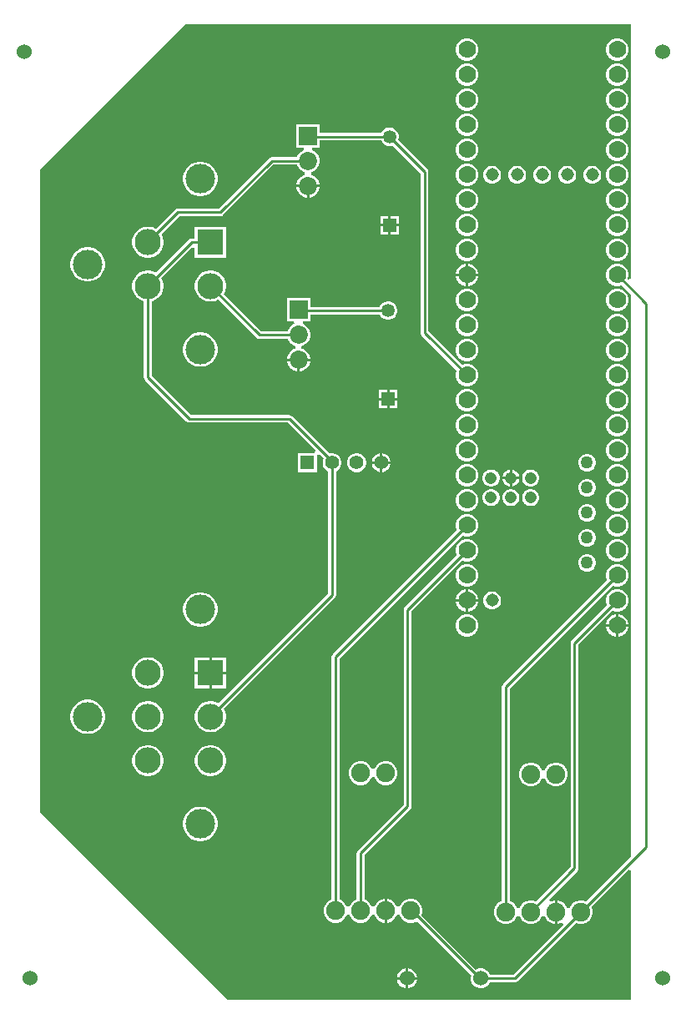
<source format=gbr>
%TF.GenerationSoftware,Altium Limited,Altium Designer,25.2.1 (25)*%
G04 Layer_Physical_Order=2*
G04 Layer_Color=16711680*
%FSLAX45Y45*%
%MOMM*%
%TF.SameCoordinates,263333B9-CEA0-44AE-B74E-27EC067FB1C6*%
%TF.FilePolarity,Positive*%
%TF.FileFunction,Copper,L2,Bot,Signal*%
%TF.Part,Single*%
G01*
G75*
%TA.AperFunction,Conductor*%
%ADD10C,0.25400*%
%TA.AperFunction,ViaPad*%
%ADD11C,1.52400*%
%TA.AperFunction,ComponentPad*%
%ADD12C,2.99000*%
%ADD13C,2.64000*%
%ADD14R,2.64000X2.64000*%
%ADD15C,1.40000*%
%ADD16R,1.40000X1.40000*%
%ADD17C,1.77800*%
%ADD18C,1.30800*%
%ADD19C,1.20800*%
%ADD20C,1.25800*%
%ADD21C,1.85000*%
%ADD22R,1.85000X1.85000*%
%ADD23R,1.35000X1.35000*%
%ADD24C,1.35000*%
%ADD25C,1.90500*%
G36*
X6540500Y9969500D02*
Y7482392D01*
X6534231Y7476925D01*
X6515100Y7471029D01*
X6508492Y7478959D01*
X6514600Y7501752D01*
Y7531848D01*
X6506810Y7560918D01*
X6491763Y7586982D01*
X6470482Y7608263D01*
X6444418Y7623311D01*
X6415348Y7631100D01*
X6385252D01*
X6356182Y7623311D01*
X6330118Y7608263D01*
X6308837Y7586982D01*
X6293789Y7560918D01*
X6286000Y7531848D01*
Y7501752D01*
X6293789Y7472682D01*
X6308837Y7446618D01*
X6330118Y7425337D01*
X6356182Y7410289D01*
X6385252Y7402500D01*
X6415348D01*
X6444418Y7410289D01*
X6449145Y7413018D01*
X6540500Y7321663D01*
Y1617037D01*
X6085993Y1162530D01*
X6079069Y1166528D01*
X6048384Y1174750D01*
X6016616D01*
X5985931Y1166528D01*
X5958419Y1150644D01*
X5935956Y1128181D01*
X5920072Y1100669D01*
X5918648Y1095355D01*
X5892352D01*
X5890928Y1100669D01*
X5875044Y1128181D01*
X5852581Y1150644D01*
X5825069Y1166528D01*
X5794384Y1174750D01*
X5791200D01*
Y1054100D01*
Y933450D01*
X5794384D01*
X5825069Y941672D01*
X5834875Y947334D01*
X5850471Y927009D01*
X5343309Y419847D01*
X5111275D01*
X5111176Y420216D01*
X5097800Y443384D01*
X5078884Y462300D01*
X5055716Y475676D01*
X5029876Y482600D01*
X5003124D01*
X4977284Y475676D01*
X4968901Y470836D01*
X4418104Y1021633D01*
X4425950Y1050916D01*
Y1082684D01*
X4417728Y1113369D01*
X4401844Y1140881D01*
X4379381Y1163344D01*
X4351869Y1179228D01*
X4321184Y1187450D01*
X4289416D01*
X4258731Y1179228D01*
X4231219Y1163344D01*
X4208756Y1140881D01*
X4192872Y1113369D01*
X4191448Y1108055D01*
X4165152D01*
X4163728Y1113369D01*
X4147844Y1140881D01*
X4125381Y1163344D01*
X4097869Y1179228D01*
X4067184Y1187450D01*
X4064000D01*
Y1066800D01*
Y946150D01*
X4067184D01*
X4097869Y954372D01*
X4125381Y970256D01*
X4147844Y992719D01*
X4163728Y1020231D01*
X4165152Y1025545D01*
X4191448D01*
X4192872Y1020231D01*
X4208756Y992719D01*
X4231219Y970256D01*
X4258731Y954372D01*
X4289416Y946150D01*
X4321184D01*
X4351869Y954372D01*
X4366845Y963018D01*
X4919251Y410612D01*
X4914900Y394376D01*
Y367624D01*
X4921824Y341784D01*
X4935200Y318616D01*
X4954116Y299700D01*
X4977284Y286324D01*
X5003124Y279400D01*
X5029876D01*
X5055716Y286324D01*
X5078884Y299700D01*
X5097800Y318616D01*
X5111176Y341784D01*
X5111275Y342153D01*
X5359400D01*
X5374266Y345111D01*
X5386869Y353531D01*
X5979007Y945670D01*
X5985931Y941672D01*
X6016616Y933450D01*
X6048384D01*
X6079069Y941672D01*
X6106581Y957556D01*
X6129044Y980019D01*
X6144928Y1007531D01*
X6153150Y1038216D01*
Y1069984D01*
X6144928Y1100669D01*
X6140930Y1107593D01*
X6517033Y1483696D01*
X6540500Y1473976D01*
Y165100D01*
X2451100D01*
X1790700Y825500D01*
X546100Y2070100D01*
Y8585200D01*
X2019300Y10058400D01*
X6540500D01*
Y9969500D01*
D02*
G37*
%LPC*%
G36*
X6415348Y9917100D02*
X6385252D01*
X6356182Y9909311D01*
X6330118Y9894263D01*
X6308837Y9872982D01*
X6293789Y9846918D01*
X6286000Y9817848D01*
Y9787752D01*
X6293789Y9758682D01*
X6308837Y9732618D01*
X6330118Y9711337D01*
X6356182Y9696289D01*
X6385252Y9688500D01*
X6415348D01*
X6444418Y9696289D01*
X6470482Y9711337D01*
X6491763Y9732618D01*
X6506810Y9758682D01*
X6514600Y9787752D01*
Y9817848D01*
X6506810Y9846918D01*
X6491763Y9872982D01*
X6470482Y9894263D01*
X6444418Y9909311D01*
X6415348Y9917100D01*
D02*
G37*
G36*
X4891348D02*
X4861252D01*
X4832182Y9909311D01*
X4806118Y9894263D01*
X4784837Y9872982D01*
X4769789Y9846918D01*
X4762000Y9817848D01*
Y9787752D01*
X4769789Y9758682D01*
X4784837Y9732618D01*
X4806118Y9711337D01*
X4832182Y9696289D01*
X4861252Y9688500D01*
X4891348D01*
X4920418Y9696289D01*
X4946482Y9711337D01*
X4967763Y9732618D01*
X4982810Y9758682D01*
X4990600Y9787752D01*
Y9817848D01*
X4982810Y9846918D01*
X4967763Y9872982D01*
X4946482Y9894263D01*
X4920418Y9909311D01*
X4891348Y9917100D01*
D02*
G37*
G36*
X6415348Y9663100D02*
X6385252D01*
X6356182Y9655311D01*
X6330118Y9640263D01*
X6308837Y9618982D01*
X6293789Y9592918D01*
X6286000Y9563848D01*
Y9533752D01*
X6293789Y9504682D01*
X6308837Y9478618D01*
X6330118Y9457337D01*
X6356182Y9442289D01*
X6385252Y9434500D01*
X6415348D01*
X6444418Y9442289D01*
X6470482Y9457337D01*
X6491763Y9478618D01*
X6506810Y9504682D01*
X6514600Y9533752D01*
Y9563848D01*
X6506810Y9592918D01*
X6491763Y9618982D01*
X6470482Y9640263D01*
X6444418Y9655311D01*
X6415348Y9663100D01*
D02*
G37*
G36*
X4891348D02*
X4861252D01*
X4832182Y9655311D01*
X4806118Y9640263D01*
X4784837Y9618982D01*
X4769789Y9592918D01*
X4762000Y9563848D01*
Y9533752D01*
X4769789Y9504682D01*
X4784837Y9478618D01*
X4806118Y9457337D01*
X4832182Y9442289D01*
X4861252Y9434500D01*
X4891348D01*
X4920418Y9442289D01*
X4946482Y9457337D01*
X4967763Y9478618D01*
X4982810Y9504682D01*
X4990600Y9533752D01*
Y9563848D01*
X4982810Y9592918D01*
X4967763Y9618982D01*
X4946482Y9640263D01*
X4920418Y9655311D01*
X4891348Y9663100D01*
D02*
G37*
G36*
X6415348Y9409100D02*
X6385252D01*
X6356182Y9401311D01*
X6330118Y9386263D01*
X6308837Y9364982D01*
X6293789Y9338918D01*
X6286000Y9309848D01*
Y9279752D01*
X6293789Y9250682D01*
X6308837Y9224618D01*
X6330118Y9203337D01*
X6356182Y9188289D01*
X6385252Y9180500D01*
X6415348D01*
X6444418Y9188289D01*
X6470482Y9203337D01*
X6491763Y9224618D01*
X6506810Y9250682D01*
X6514600Y9279752D01*
Y9309848D01*
X6506810Y9338918D01*
X6491763Y9364982D01*
X6470482Y9386263D01*
X6444418Y9401311D01*
X6415348Y9409100D01*
D02*
G37*
G36*
X4891348D02*
X4861252D01*
X4832182Y9401311D01*
X4806118Y9386263D01*
X4784837Y9364982D01*
X4769789Y9338918D01*
X4762000Y9309848D01*
Y9279752D01*
X4769789Y9250682D01*
X4784837Y9224618D01*
X4806118Y9203337D01*
X4832182Y9188289D01*
X4861252Y9180500D01*
X4891348D01*
X4920418Y9188289D01*
X4946482Y9203337D01*
X4967763Y9224618D01*
X4982810Y9250682D01*
X4990600Y9279752D01*
Y9309848D01*
X4982810Y9338918D01*
X4967763Y9364982D01*
X4946482Y9386263D01*
X4920418Y9401311D01*
X4891348Y9409100D01*
D02*
G37*
G36*
X6415348Y9155100D02*
X6385252D01*
X6356182Y9147311D01*
X6330118Y9132263D01*
X6308837Y9110982D01*
X6293789Y9084918D01*
X6286000Y9055848D01*
Y9025752D01*
X6293789Y8996682D01*
X6308837Y8970618D01*
X6330118Y8949337D01*
X6356182Y8934289D01*
X6385252Y8926500D01*
X6415348D01*
X6444418Y8934289D01*
X6470482Y8949337D01*
X6491763Y8970618D01*
X6506810Y8996682D01*
X6514600Y9025752D01*
Y9055848D01*
X6506810Y9084918D01*
X6491763Y9110982D01*
X6470482Y9132263D01*
X6444418Y9147311D01*
X6415348Y9155100D01*
D02*
G37*
G36*
X4891348D02*
X4861252D01*
X4832182Y9147311D01*
X4806118Y9132263D01*
X4784837Y9110982D01*
X4769789Y9084918D01*
X4762000Y9055848D01*
Y9025752D01*
X4769789Y8996682D01*
X4784837Y8970618D01*
X4806118Y8949337D01*
X4832182Y8934289D01*
X4861252Y8926500D01*
X4891348D01*
X4920418Y8934289D01*
X4946482Y8949337D01*
X4967763Y8970618D01*
X4982810Y8996682D01*
X4990600Y9025752D01*
Y9055848D01*
X4982810Y9084918D01*
X4967763Y9110982D01*
X4946482Y9132263D01*
X4920418Y9147311D01*
X4891348Y9155100D01*
D02*
G37*
G36*
X6415348Y8901100D02*
X6385252D01*
X6356182Y8893311D01*
X6330118Y8878263D01*
X6308837Y8856982D01*
X6293789Y8830918D01*
X6286000Y8801848D01*
Y8771752D01*
X6293789Y8742682D01*
X6308837Y8716618D01*
X6330118Y8695337D01*
X6356182Y8680289D01*
X6385252Y8672500D01*
X6415348D01*
X6444418Y8680289D01*
X6470482Y8695337D01*
X6491763Y8716618D01*
X6506810Y8742682D01*
X6514600Y8771752D01*
Y8801848D01*
X6506810Y8830918D01*
X6491763Y8856982D01*
X6470482Y8878263D01*
X6444418Y8893311D01*
X6415348Y8901100D01*
D02*
G37*
G36*
X4891348D02*
X4861252D01*
X4832182Y8893311D01*
X4806118Y8878263D01*
X4784837Y8856982D01*
X4769789Y8830918D01*
X4762000Y8801848D01*
Y8771752D01*
X4769789Y8742682D01*
X4784837Y8716618D01*
X4806118Y8695337D01*
X4832182Y8680289D01*
X4861252Y8672500D01*
X4891348D01*
X4920418Y8680289D01*
X4946482Y8695337D01*
X4967763Y8716618D01*
X4982810Y8742682D01*
X4990600Y8771752D01*
Y8801848D01*
X4982810Y8830918D01*
X4967763Y8856982D01*
X4946482Y8878263D01*
X4920418Y8893311D01*
X4891348Y8901100D01*
D02*
G37*
G36*
X6158254Y8623600D02*
X6134346D01*
X6111252Y8617412D01*
X6090547Y8605458D01*
X6073642Y8588553D01*
X6061688Y8567847D01*
X6055500Y8544754D01*
Y8520846D01*
X6061688Y8497753D01*
X6073642Y8477048D01*
X6090547Y8460142D01*
X6111252Y8448188D01*
X6134346Y8442000D01*
X6158254D01*
X6181347Y8448188D01*
X6202052Y8460142D01*
X6218958Y8477048D01*
X6230912Y8497753D01*
X6237100Y8520846D01*
Y8544754D01*
X6230912Y8567847D01*
X6218958Y8588553D01*
X6202052Y8605458D01*
X6181347Y8617412D01*
X6158254Y8623600D01*
D02*
G37*
G36*
X5904254D02*
X5880346D01*
X5857252Y8617412D01*
X5836547Y8605458D01*
X5819642Y8588553D01*
X5807688Y8567847D01*
X5801500Y8544754D01*
Y8520846D01*
X5807688Y8497753D01*
X5819642Y8477048D01*
X5836547Y8460142D01*
X5857252Y8448188D01*
X5880346Y8442000D01*
X5904254D01*
X5927347Y8448188D01*
X5948052Y8460142D01*
X5964958Y8477048D01*
X5976912Y8497753D01*
X5983100Y8520846D01*
Y8544754D01*
X5976912Y8567847D01*
X5964958Y8588553D01*
X5948052Y8605458D01*
X5927347Y8617412D01*
X5904254Y8623600D01*
D02*
G37*
G36*
X5650254D02*
X5626346D01*
X5603252Y8617412D01*
X5582547Y8605458D01*
X5565642Y8588553D01*
X5553688Y8567847D01*
X5547500Y8544754D01*
Y8520846D01*
X5553688Y8497753D01*
X5565642Y8477048D01*
X5582547Y8460142D01*
X5603252Y8448188D01*
X5626346Y8442000D01*
X5650254D01*
X5673347Y8448188D01*
X5694052Y8460142D01*
X5710958Y8477048D01*
X5722912Y8497753D01*
X5729100Y8520846D01*
Y8544754D01*
X5722912Y8567847D01*
X5710958Y8588553D01*
X5694052Y8605458D01*
X5673347Y8617412D01*
X5650254Y8623600D01*
D02*
G37*
G36*
X5396254D02*
X5372346D01*
X5349252Y8617412D01*
X5328547Y8605458D01*
X5311642Y8588553D01*
X5299688Y8567847D01*
X5293500Y8544754D01*
Y8520846D01*
X5299688Y8497753D01*
X5311642Y8477048D01*
X5328547Y8460142D01*
X5349252Y8448188D01*
X5372346Y8442000D01*
X5396254D01*
X5419347Y8448188D01*
X5440052Y8460142D01*
X5456958Y8477048D01*
X5468912Y8497753D01*
X5475100Y8520846D01*
Y8544754D01*
X5468912Y8567847D01*
X5456958Y8588553D01*
X5440052Y8605458D01*
X5419347Y8617412D01*
X5396254Y8623600D01*
D02*
G37*
G36*
X5142254D02*
X5118346D01*
X5095252Y8617412D01*
X5074547Y8605458D01*
X5057642Y8588553D01*
X5045688Y8567847D01*
X5039500Y8544754D01*
Y8520846D01*
X5045688Y8497753D01*
X5057642Y8477048D01*
X5074547Y8460142D01*
X5095252Y8448188D01*
X5118346Y8442000D01*
X5142254D01*
X5165347Y8448188D01*
X5186052Y8460142D01*
X5202958Y8477048D01*
X5214912Y8497753D01*
X5221100Y8520846D01*
Y8544754D01*
X5214912Y8567847D01*
X5202958Y8588553D01*
X5186052Y8605458D01*
X5165347Y8617412D01*
X5142254Y8623600D01*
D02*
G37*
G36*
X6415348Y8647100D02*
X6385252D01*
X6356182Y8639311D01*
X6330118Y8624263D01*
X6308837Y8602982D01*
X6293789Y8576918D01*
X6286000Y8547848D01*
Y8517752D01*
X6293789Y8488682D01*
X6308837Y8462618D01*
X6330118Y8441337D01*
X6356182Y8426289D01*
X6385252Y8418500D01*
X6415348D01*
X6444418Y8426289D01*
X6470482Y8441337D01*
X6491763Y8462618D01*
X6506810Y8488682D01*
X6514600Y8517752D01*
Y8547848D01*
X6506810Y8576918D01*
X6491763Y8602982D01*
X6470482Y8624263D01*
X6444418Y8639311D01*
X6415348Y8647100D01*
D02*
G37*
G36*
X4891348D02*
X4861252D01*
X4832182Y8639311D01*
X4806118Y8624263D01*
X4784837Y8602982D01*
X4769789Y8576918D01*
X4762000Y8547848D01*
Y8517752D01*
X4769789Y8488682D01*
X4784837Y8462618D01*
X4806118Y8441337D01*
X4832182Y8426289D01*
X4861252Y8418500D01*
X4891348D01*
X4920418Y8426289D01*
X4946482Y8441337D01*
X4967763Y8462618D01*
X4982810Y8488682D01*
X4990600Y8517752D01*
Y8547848D01*
X4982810Y8576918D01*
X4967763Y8602982D01*
X4946482Y8624263D01*
X4920418Y8639311D01*
X4891348Y8647100D01*
D02*
G37*
G36*
X2188526Y8666000D02*
X2154074D01*
X2120284Y8659279D01*
X2088454Y8646094D01*
X2059808Y8626954D01*
X2035446Y8602592D01*
X2016306Y8573946D01*
X2003121Y8542117D01*
X1996400Y8508326D01*
Y8473874D01*
X2003121Y8440084D01*
X2016306Y8408254D01*
X2035446Y8379608D01*
X2059808Y8355246D01*
X2088454Y8336106D01*
X2120284Y8322922D01*
X2154074Y8316200D01*
X2188526D01*
X2222316Y8322922D01*
X2254146Y8336106D01*
X2282792Y8355246D01*
X2307154Y8379608D01*
X2326294Y8408254D01*
X2339478Y8440084D01*
X2346200Y8473874D01*
Y8508326D01*
X2339478Y8542117D01*
X2326294Y8573946D01*
X2307154Y8602592D01*
X2282792Y8626954D01*
X2254146Y8646094D01*
X2222316Y8659279D01*
X2188526Y8666000D01*
D02*
G37*
G36*
X3381800Y8407400D02*
X3276600D01*
Y8302200D01*
X3279422D01*
X3309408Y8310235D01*
X3336292Y8325757D01*
X3358243Y8347708D01*
X3373765Y8374592D01*
X3381800Y8404578D01*
Y8407400D01*
D02*
G37*
G36*
X3251200D02*
X3146000D01*
Y8404578D01*
X3154035Y8374592D01*
X3169557Y8347708D01*
X3191508Y8325757D01*
X3218392Y8310235D01*
X3248378Y8302200D01*
X3251200D01*
Y8407400D01*
D02*
G37*
G36*
X6415348Y8393100D02*
X6385252D01*
X6356182Y8385311D01*
X6330118Y8370263D01*
X6308837Y8348982D01*
X6293789Y8322918D01*
X6286000Y8293848D01*
Y8263752D01*
X6293789Y8234682D01*
X6308837Y8208618D01*
X6330118Y8187337D01*
X6356182Y8172289D01*
X6385252Y8164500D01*
X6415348D01*
X6444418Y8172289D01*
X6470482Y8187337D01*
X6491763Y8208618D01*
X6506810Y8234682D01*
X6514600Y8263752D01*
Y8293848D01*
X6506810Y8322918D01*
X6491763Y8348982D01*
X6470482Y8370263D01*
X6444418Y8385311D01*
X6415348Y8393100D01*
D02*
G37*
G36*
X4891348D02*
X4861252D01*
X4832182Y8385311D01*
X4806118Y8370263D01*
X4784837Y8348982D01*
X4769789Y8322918D01*
X4762000Y8293848D01*
Y8263752D01*
X4769789Y8234682D01*
X4784837Y8208618D01*
X4806118Y8187337D01*
X4832182Y8172289D01*
X4861252Y8164500D01*
X4891348D01*
X4920418Y8172289D01*
X4946482Y8187337D01*
X4967763Y8208618D01*
X4982810Y8234682D01*
X4990600Y8263752D01*
Y8293848D01*
X4982810Y8322918D01*
X4967763Y8348982D01*
X4946482Y8370263D01*
X4920418Y8385311D01*
X4891348Y8393100D01*
D02*
G37*
G36*
X4182300Y8113800D02*
X4102100D01*
Y8033600D01*
X4182300D01*
Y8113800D01*
D02*
G37*
G36*
X4076700D02*
X3996500D01*
Y8033600D01*
X4076700D01*
Y8113800D01*
D02*
G37*
G36*
X4182300Y8008200D02*
X4102100D01*
Y7928000D01*
X4182300D01*
Y8008200D01*
D02*
G37*
G36*
X4076700D02*
X3996500D01*
Y7928000D01*
X4076700D01*
Y8008200D01*
D02*
G37*
G36*
X6415348Y8139100D02*
X6385252D01*
X6356182Y8131311D01*
X6330118Y8116263D01*
X6308837Y8094982D01*
X6293789Y8068918D01*
X6286000Y8039848D01*
Y8009752D01*
X6293789Y7980682D01*
X6308837Y7954618D01*
X6330118Y7933337D01*
X6356182Y7918289D01*
X6385252Y7910500D01*
X6415348D01*
X6444418Y7918289D01*
X6470482Y7933337D01*
X6491763Y7954618D01*
X6506810Y7980682D01*
X6514600Y8009752D01*
Y8039848D01*
X6506810Y8068918D01*
X6491763Y8094982D01*
X6470482Y8116263D01*
X6444418Y8131311D01*
X6415348Y8139100D01*
D02*
G37*
G36*
X4891348D02*
X4861252D01*
X4832182Y8131311D01*
X4806118Y8116263D01*
X4784837Y8094982D01*
X4769789Y8068918D01*
X4762000Y8039848D01*
Y8009752D01*
X4769789Y7980682D01*
X4784837Y7954618D01*
X4806118Y7933337D01*
X4832182Y7918289D01*
X4861252Y7910500D01*
X4891348D01*
X4920418Y7918289D01*
X4946482Y7933337D01*
X4967763Y7954618D01*
X4982810Y7980682D01*
X4990600Y8009752D01*
Y8039848D01*
X4982810Y8068918D01*
X4967763Y8094982D01*
X4946482Y8116263D01*
X4920418Y8131311D01*
X4891348Y8139100D01*
D02*
G37*
G36*
X2430700Y8006000D02*
X2115900D01*
Y7887447D01*
X2083300D01*
X2068434Y7884489D01*
X2055831Y7876069D01*
X1718846Y7539084D01*
X1712857Y7543086D01*
X1684212Y7554951D01*
X1653803Y7561000D01*
X1622797D01*
X1592388Y7554951D01*
X1563743Y7543086D01*
X1537963Y7525860D01*
X1516040Y7503937D01*
X1498814Y7478157D01*
X1486949Y7449512D01*
X1480900Y7419103D01*
Y7388097D01*
X1486949Y7357688D01*
X1498814Y7329043D01*
X1516040Y7303264D01*
X1537963Y7281340D01*
X1563743Y7264114D01*
X1592388Y7252249D01*
X1599453Y7250844D01*
Y6477000D01*
X1602411Y6462134D01*
X1610831Y6449531D01*
X2029931Y6030431D01*
X2042534Y6022011D01*
X2057400Y6019053D01*
X3057309D01*
X3342163Y5734200D01*
X3331642Y5708800D01*
X3161800D01*
Y5518000D01*
X3352600D01*
Y5687842D01*
X3378000Y5698363D01*
X3421170Y5655192D01*
X3418302Y5650223D01*
X3411800Y5625960D01*
Y5600840D01*
X3418302Y5576577D01*
X3430861Y5554823D01*
X3448623Y5537061D01*
X3470353Y5524515D01*
Y4286791D01*
X2353846Y3170283D01*
X2347857Y3174286D01*
X2319212Y3186151D01*
X2288803Y3192200D01*
X2257797D01*
X2227388Y3186151D01*
X2198743Y3174286D01*
X2172963Y3157060D01*
X2151040Y3135136D01*
X2133814Y3109357D01*
X2121949Y3080712D01*
X2115900Y3050303D01*
Y3019297D01*
X2121949Y2988888D01*
X2133814Y2960243D01*
X2151040Y2934463D01*
X2172963Y2912540D01*
X2198743Y2895314D01*
X2227388Y2883449D01*
X2257797Y2877400D01*
X2288803D01*
X2319212Y2883449D01*
X2347857Y2895314D01*
X2373637Y2912540D01*
X2395560Y2934463D01*
X2412786Y2960243D01*
X2424651Y2988888D01*
X2430700Y3019297D01*
Y3050303D01*
X2424651Y3080712D01*
X2412786Y3109357D01*
X2408784Y3115346D01*
X3536669Y4243231D01*
X3545089Y4255834D01*
X3548046Y4270700D01*
Y5526825D01*
X3565777Y5537061D01*
X3583539Y5554823D01*
X3596098Y5576577D01*
X3602600Y5600840D01*
Y5625960D01*
X3596098Y5650223D01*
X3583539Y5671977D01*
X3565777Y5689739D01*
X3544023Y5702298D01*
X3519760Y5708800D01*
X3494640D01*
X3481073Y5705164D01*
X3100869Y6085369D01*
X3088266Y6093789D01*
X3073400Y6096747D01*
X2073491D01*
X1677147Y6493091D01*
Y7250844D01*
X1684212Y7252249D01*
X1712857Y7264114D01*
X1738637Y7281340D01*
X1760560Y7303264D01*
X1777786Y7329043D01*
X1789651Y7357688D01*
X1795700Y7388097D01*
Y7419103D01*
X1789651Y7449512D01*
X1777786Y7478157D01*
X1773784Y7484147D01*
X2090500Y7800863D01*
X2115900Y7790342D01*
Y7691200D01*
X2430700D01*
Y8006000D01*
D02*
G37*
G36*
X6415348Y7885100D02*
X6385252D01*
X6356182Y7877311D01*
X6330118Y7862263D01*
X6308837Y7840982D01*
X6293789Y7814918D01*
X6286000Y7785848D01*
Y7755752D01*
X6293789Y7726682D01*
X6308837Y7700618D01*
X6330118Y7679337D01*
X6356182Y7664289D01*
X6385252Y7656500D01*
X6415348D01*
X6444418Y7664289D01*
X6470482Y7679337D01*
X6491763Y7700618D01*
X6506810Y7726682D01*
X6514600Y7755752D01*
Y7785848D01*
X6506810Y7814918D01*
X6491763Y7840982D01*
X6470482Y7862263D01*
X6444418Y7877311D01*
X6415348Y7885100D01*
D02*
G37*
G36*
X4891348D02*
X4861252D01*
X4832182Y7877311D01*
X4806118Y7862263D01*
X4784837Y7840982D01*
X4769789Y7814918D01*
X4762000Y7785848D01*
Y7755752D01*
X4769789Y7726682D01*
X4784837Y7700618D01*
X4806118Y7679337D01*
X4832182Y7664289D01*
X4861252Y7656500D01*
X4891348D01*
X4920418Y7664289D01*
X4946482Y7679337D01*
X4967763Y7700618D01*
X4982810Y7726682D01*
X4990600Y7755752D01*
Y7785848D01*
X4982810Y7814918D01*
X4967763Y7840982D01*
X4946482Y7862263D01*
X4920418Y7877311D01*
X4891348Y7885100D01*
D02*
G37*
G36*
Y7631100D02*
X4889000D01*
Y7529500D01*
X4990600D01*
Y7531848D01*
X4982810Y7560918D01*
X4967763Y7586982D01*
X4946482Y7608263D01*
X4920418Y7623311D01*
X4891348Y7631100D01*
D02*
G37*
G36*
X4863600D02*
X4861252D01*
X4832182Y7623311D01*
X4806118Y7608263D01*
X4784837Y7586982D01*
X4769789Y7560918D01*
X4762000Y7531848D01*
Y7529500D01*
X4863600D01*
Y7631100D01*
D02*
G37*
G36*
X1045526Y7801000D02*
X1011074D01*
X977284Y7794279D01*
X945454Y7781094D01*
X916808Y7761954D01*
X892446Y7737592D01*
X873306Y7708946D01*
X860121Y7677116D01*
X853400Y7643326D01*
Y7608874D01*
X860121Y7575084D01*
X873306Y7543254D01*
X892446Y7514608D01*
X916808Y7490246D01*
X945454Y7471106D01*
X977284Y7457922D01*
X1011074Y7451200D01*
X1045526D01*
X1079316Y7457922D01*
X1111146Y7471106D01*
X1139792Y7490246D01*
X1164154Y7514608D01*
X1183294Y7543254D01*
X1196478Y7575084D01*
X1203200Y7608874D01*
Y7643326D01*
X1196478Y7677116D01*
X1183294Y7708946D01*
X1164154Y7737592D01*
X1139792Y7761954D01*
X1111146Y7781094D01*
X1079316Y7794279D01*
X1045526Y7801000D01*
D02*
G37*
G36*
X4990600Y7504100D02*
X4889000D01*
Y7402500D01*
X4891348D01*
X4920418Y7410289D01*
X4946482Y7425337D01*
X4967763Y7446618D01*
X4982810Y7472682D01*
X4990600Y7501752D01*
Y7504100D01*
D02*
G37*
G36*
X4863600D02*
X4762000D01*
Y7501752D01*
X4769789Y7472682D01*
X4784837Y7446618D01*
X4806118Y7425337D01*
X4832182Y7410289D01*
X4861252Y7402500D01*
X4863600D01*
Y7504100D01*
D02*
G37*
G36*
X6415348Y7377100D02*
X6385252D01*
X6356182Y7369311D01*
X6330118Y7354263D01*
X6308837Y7332982D01*
X6293789Y7306918D01*
X6286000Y7277848D01*
Y7247752D01*
X6293789Y7218682D01*
X6308837Y7192618D01*
X6330118Y7171337D01*
X6356182Y7156289D01*
X6385252Y7148500D01*
X6415348D01*
X6444418Y7156289D01*
X6470482Y7171337D01*
X6491763Y7192618D01*
X6506810Y7218682D01*
X6514600Y7247752D01*
Y7277848D01*
X6506810Y7306918D01*
X6491763Y7332982D01*
X6470482Y7354263D01*
X6444418Y7369311D01*
X6415348Y7377100D01*
D02*
G37*
G36*
X4891348D02*
X4861252D01*
X4832182Y7369311D01*
X4806118Y7354263D01*
X4784837Y7332982D01*
X4769789Y7306918D01*
X4762000Y7277848D01*
Y7247752D01*
X4769789Y7218682D01*
X4784837Y7192618D01*
X4806118Y7171337D01*
X4832182Y7156289D01*
X4861252Y7148500D01*
X4891348D01*
X4920418Y7156289D01*
X4946482Y7171337D01*
X4967763Y7192618D01*
X4982810Y7218682D01*
X4990600Y7247752D01*
Y7277848D01*
X4982810Y7306918D01*
X4967763Y7332982D01*
X4946482Y7354263D01*
X4920418Y7369311D01*
X4891348Y7377100D01*
D02*
G37*
G36*
X2288803Y7561000D02*
X2257797D01*
X2227388Y7554951D01*
X2198743Y7543086D01*
X2172963Y7525860D01*
X2151040Y7503937D01*
X2133814Y7478157D01*
X2121949Y7449512D01*
X2115900Y7419103D01*
Y7388097D01*
X2121949Y7357688D01*
X2133814Y7329043D01*
X2151040Y7303264D01*
X2172963Y7281340D01*
X2198743Y7264114D01*
X2227388Y7252249D01*
X2257797Y7246200D01*
X2288803D01*
X2319212Y7252249D01*
X2347857Y7264114D01*
X2353846Y7268117D01*
X2740632Y6881331D01*
X2753234Y6872911D01*
X2768100Y6869953D01*
X3056350D01*
X3058135Y6863292D01*
X3073657Y6836408D01*
X3095608Y6814457D01*
X3122492Y6798935D01*
X3137371Y6794948D01*
Y6768652D01*
X3122492Y6764665D01*
X3095608Y6749143D01*
X3073657Y6727192D01*
X3058135Y6700308D01*
X3050100Y6670322D01*
Y6667500D01*
X3285900D01*
Y6670322D01*
X3277865Y6700308D01*
X3262343Y6727192D01*
X3240392Y6749143D01*
X3213508Y6764665D01*
X3198629Y6768652D01*
Y6794948D01*
X3213508Y6798935D01*
X3240392Y6814457D01*
X3262343Y6836408D01*
X3277865Y6863292D01*
X3285900Y6893278D01*
Y6924322D01*
X3277865Y6954308D01*
X3262343Y6981192D01*
X3240392Y7003143D01*
X3213508Y7018665D01*
X3210392Y7019500D01*
X3213736Y7044900D01*
X3285900D01*
Y7116754D01*
X3991856D01*
X4002362Y7098558D01*
X4019658Y7081262D01*
X4040842Y7069031D01*
X4064469Y7062700D01*
X4088931D01*
X4112558Y7069031D01*
X4133742Y7081262D01*
X4151038Y7098558D01*
X4163269Y7119742D01*
X4169600Y7143370D01*
Y7167831D01*
X4163269Y7191458D01*
X4151038Y7212642D01*
X4133742Y7229939D01*
X4112558Y7242169D01*
X4088931Y7248500D01*
X4064469D01*
X4040842Y7242169D01*
X4019658Y7229939D01*
X4002362Y7212642D01*
X3991856Y7194447D01*
X3285900D01*
Y7280700D01*
X3050100D01*
Y7044900D01*
X3122264D01*
X3125608Y7019500D01*
X3122492Y7018665D01*
X3095608Y7003143D01*
X3073657Y6981192D01*
X3058135Y6954308D01*
X3056350Y6947647D01*
X2784191D01*
X2408784Y7323054D01*
X2412786Y7329043D01*
X2424651Y7357688D01*
X2430700Y7388097D01*
Y7419103D01*
X2424651Y7449512D01*
X2412786Y7478157D01*
X2395560Y7503937D01*
X2373637Y7525860D01*
X2347857Y7543086D01*
X2319212Y7554951D01*
X2288803Y7561000D01*
D02*
G37*
G36*
X6415348Y7123100D02*
X6385252D01*
X6356182Y7115311D01*
X6330118Y7100263D01*
X6308837Y7078982D01*
X6293789Y7052918D01*
X6286000Y7023848D01*
Y6993752D01*
X6293789Y6964682D01*
X6308837Y6938618D01*
X6330118Y6917337D01*
X6356182Y6902289D01*
X6385252Y6894500D01*
X6415348D01*
X6444418Y6902289D01*
X6470482Y6917337D01*
X6491763Y6938618D01*
X6506810Y6964682D01*
X6514600Y6993752D01*
Y7023848D01*
X6506810Y7052918D01*
X6491763Y7078982D01*
X6470482Y7100263D01*
X6444418Y7115311D01*
X6415348Y7123100D01*
D02*
G37*
G36*
X4891348D02*
X4861252D01*
X4832182Y7115311D01*
X4806118Y7100263D01*
X4784837Y7078982D01*
X4769789Y7052918D01*
X4762000Y7023848D01*
Y6993752D01*
X4769789Y6964682D01*
X4784837Y6938618D01*
X4806118Y6917337D01*
X4832182Y6902289D01*
X4861252Y6894500D01*
X4891348D01*
X4920418Y6902289D01*
X4946482Y6917337D01*
X4967763Y6938618D01*
X4982810Y6964682D01*
X4990600Y6993752D01*
Y7023848D01*
X4982810Y7052918D01*
X4967763Y7078982D01*
X4946482Y7100263D01*
X4920418Y7115311D01*
X4891348Y7123100D01*
D02*
G37*
G36*
X6415348Y6869100D02*
X6385252D01*
X6356182Y6861311D01*
X6330118Y6846263D01*
X6308837Y6824982D01*
X6293789Y6798918D01*
X6286000Y6769848D01*
Y6739752D01*
X6293789Y6710682D01*
X6308837Y6684618D01*
X6330118Y6663337D01*
X6356182Y6648289D01*
X6385252Y6640500D01*
X6415348D01*
X6444418Y6648289D01*
X6470482Y6663337D01*
X6491763Y6684618D01*
X6506810Y6710682D01*
X6514600Y6739752D01*
Y6769848D01*
X6506810Y6798918D01*
X6491763Y6824982D01*
X6470482Y6846263D01*
X6444418Y6861311D01*
X6415348Y6869100D01*
D02*
G37*
G36*
X4891348D02*
X4861252D01*
X4832182Y6861311D01*
X4806118Y6846263D01*
X4784837Y6824982D01*
X4769789Y6798918D01*
X4762000Y6769848D01*
Y6739752D01*
X4769789Y6710682D01*
X4784837Y6684618D01*
X4806118Y6663337D01*
X4832182Y6648289D01*
X4861252Y6640500D01*
X4891348D01*
X4920418Y6648289D01*
X4946482Y6663337D01*
X4967763Y6684618D01*
X4982810Y6710682D01*
X4990600Y6739752D01*
Y6769848D01*
X4982810Y6798918D01*
X4967763Y6824982D01*
X4946482Y6846263D01*
X4920418Y6861311D01*
X4891348Y6869100D01*
D02*
G37*
G36*
X2188526Y6936000D02*
X2154074D01*
X2120284Y6929278D01*
X2088454Y6916094D01*
X2059808Y6896954D01*
X2035446Y6872592D01*
X2016306Y6843946D01*
X2003121Y6812116D01*
X1996400Y6778326D01*
Y6743874D01*
X2003121Y6710084D01*
X2016306Y6678254D01*
X2035446Y6649608D01*
X2059808Y6625246D01*
X2088454Y6606106D01*
X2120284Y6592922D01*
X2154074Y6586200D01*
X2188526D01*
X2222316Y6592922D01*
X2254146Y6606106D01*
X2282792Y6625246D01*
X2307154Y6649608D01*
X2326294Y6678254D01*
X2339478Y6710084D01*
X2346200Y6743874D01*
Y6778326D01*
X2339478Y6812116D01*
X2326294Y6843946D01*
X2307154Y6872592D01*
X2282792Y6896954D01*
X2254146Y6916094D01*
X2222316Y6929278D01*
X2188526Y6936000D01*
D02*
G37*
G36*
X3285900Y6642100D02*
X3180700D01*
Y6536900D01*
X3183522D01*
X3213508Y6544935D01*
X3240392Y6560457D01*
X3262343Y6582408D01*
X3277865Y6609292D01*
X3285900Y6639278D01*
Y6642100D01*
D02*
G37*
G36*
X3155300D02*
X3050100D01*
Y6639278D01*
X3058135Y6609292D01*
X3073657Y6582408D01*
X3095608Y6560457D01*
X3122492Y6544935D01*
X3152478Y6536900D01*
X3155300D01*
Y6642100D01*
D02*
G37*
G36*
X6415348Y6615100D02*
X6385252D01*
X6356182Y6607311D01*
X6330118Y6592263D01*
X6308837Y6570982D01*
X6293789Y6544918D01*
X6286000Y6515848D01*
Y6485752D01*
X6293789Y6456682D01*
X6308837Y6430618D01*
X6330118Y6409337D01*
X6356182Y6394289D01*
X6385252Y6386500D01*
X6415348D01*
X6444418Y6394289D01*
X6470482Y6409337D01*
X6491763Y6430618D01*
X6506810Y6456682D01*
X6514600Y6485752D01*
Y6515848D01*
X6506810Y6544918D01*
X6491763Y6570982D01*
X6470482Y6592263D01*
X6444418Y6607311D01*
X6415348Y6615100D01*
D02*
G37*
G36*
X3381800Y9046000D02*
X3146000D01*
Y8810200D01*
X3218164D01*
X3221508Y8784800D01*
X3218392Y8783965D01*
X3191508Y8768443D01*
X3169557Y8746492D01*
X3154035Y8719608D01*
X3152250Y8712947D01*
X2895600D01*
X2880734Y8709989D01*
X2868131Y8701569D01*
X2358809Y8192247D01*
X1943100D01*
X1928234Y8189289D01*
X1915631Y8180869D01*
X1718846Y7984084D01*
X1712857Y7988086D01*
X1684212Y7999951D01*
X1653803Y8006000D01*
X1622797D01*
X1592388Y7999951D01*
X1563743Y7988086D01*
X1537963Y7970860D01*
X1516040Y7948937D01*
X1498814Y7923157D01*
X1486949Y7894512D01*
X1480900Y7864103D01*
Y7833097D01*
X1486949Y7802688D01*
X1498814Y7774043D01*
X1516040Y7748263D01*
X1537963Y7726340D01*
X1563743Y7709114D01*
X1592388Y7697249D01*
X1622797Y7691200D01*
X1653803D01*
X1684212Y7697249D01*
X1712857Y7709114D01*
X1738637Y7726340D01*
X1760560Y7748263D01*
X1777786Y7774043D01*
X1789651Y7802688D01*
X1795700Y7833097D01*
Y7864103D01*
X1789651Y7894512D01*
X1777786Y7923157D01*
X1773784Y7929146D01*
X1959191Y8114553D01*
X2374900D01*
X2389766Y8117511D01*
X2402369Y8125931D01*
X2911691Y8635253D01*
X3152250D01*
X3154035Y8628592D01*
X3169557Y8601708D01*
X3191508Y8579757D01*
X3218392Y8564235D01*
X3233271Y8560248D01*
Y8533952D01*
X3218392Y8529965D01*
X3191508Y8514443D01*
X3169557Y8492492D01*
X3154035Y8465608D01*
X3146000Y8435622D01*
Y8432800D01*
X3381800D01*
Y8435622D01*
X3373765Y8465608D01*
X3358243Y8492492D01*
X3336292Y8514443D01*
X3309408Y8529965D01*
X3294529Y8533952D01*
Y8560248D01*
X3309408Y8564235D01*
X3336292Y8579757D01*
X3358243Y8601708D01*
X3373765Y8628592D01*
X3381800Y8658578D01*
Y8689622D01*
X3373765Y8719608D01*
X3358243Y8746492D01*
X3336292Y8768443D01*
X3309408Y8783965D01*
X3306292Y8784800D01*
X3309636Y8810200D01*
X3381800D01*
Y8882054D01*
X4004556D01*
X4015062Y8863858D01*
X4032358Y8846562D01*
X4053542Y8834331D01*
X4077169Y8828000D01*
X4101631D01*
X4121925Y8833438D01*
X4406153Y8549209D01*
Y6932100D01*
X4409111Y6917234D01*
X4417531Y6904631D01*
X4772518Y6549645D01*
X4769789Y6544918D01*
X4762000Y6515848D01*
Y6485752D01*
X4769789Y6456682D01*
X4784837Y6430618D01*
X4806118Y6409337D01*
X4832182Y6394289D01*
X4861252Y6386500D01*
X4891348D01*
X4920418Y6394289D01*
X4946482Y6409337D01*
X4967763Y6430618D01*
X4982810Y6456682D01*
X4990600Y6485752D01*
Y6515848D01*
X4982810Y6544918D01*
X4967763Y6570982D01*
X4946482Y6592263D01*
X4920418Y6607311D01*
X4891348Y6615100D01*
X4861252D01*
X4832182Y6607311D01*
X4827455Y6604582D01*
X4483847Y6948191D01*
Y8565300D01*
X4480889Y8580166D01*
X4472469Y8592769D01*
X4176862Y8888375D01*
X4182300Y8908670D01*
Y8933131D01*
X4175969Y8956758D01*
X4163738Y8977942D01*
X4146442Y8995239D01*
X4125258Y9007469D01*
X4101631Y9013800D01*
X4077169D01*
X4053542Y9007469D01*
X4032358Y8995239D01*
X4015062Y8977942D01*
X4004556Y8959747D01*
X3381800D01*
Y9046000D01*
D02*
G37*
G36*
X4169600Y6348500D02*
X4089400D01*
Y6268300D01*
X4169600D01*
Y6348500D01*
D02*
G37*
G36*
X4064000D02*
X3983800D01*
Y6268300D01*
X4064000D01*
Y6348500D01*
D02*
G37*
G36*
X4169600Y6242900D02*
X4089400D01*
Y6162700D01*
X4169600D01*
Y6242900D01*
D02*
G37*
G36*
X4064000D02*
X3983800D01*
Y6162700D01*
X4064000D01*
Y6242900D01*
D02*
G37*
G36*
X6415348Y6361100D02*
X6385252D01*
X6356182Y6353311D01*
X6330118Y6338263D01*
X6308837Y6316982D01*
X6293789Y6290918D01*
X6286000Y6261848D01*
Y6231752D01*
X6293789Y6202682D01*
X6308837Y6176618D01*
X6330118Y6155337D01*
X6356182Y6140289D01*
X6385252Y6132500D01*
X6415348D01*
X6444418Y6140289D01*
X6470482Y6155337D01*
X6491763Y6176618D01*
X6506810Y6202682D01*
X6514600Y6231752D01*
Y6261848D01*
X6506810Y6290918D01*
X6491763Y6316982D01*
X6470482Y6338263D01*
X6444418Y6353311D01*
X6415348Y6361100D01*
D02*
G37*
G36*
X4891348D02*
X4861252D01*
X4832182Y6353311D01*
X4806118Y6338263D01*
X4784837Y6316982D01*
X4769789Y6290918D01*
X4762000Y6261848D01*
Y6231752D01*
X4769789Y6202682D01*
X4784837Y6176618D01*
X4806118Y6155337D01*
X4832182Y6140289D01*
X4861252Y6132500D01*
X4891348D01*
X4920418Y6140289D01*
X4946482Y6155337D01*
X4967763Y6176618D01*
X4982810Y6202682D01*
X4990600Y6231752D01*
Y6261848D01*
X4982810Y6290918D01*
X4967763Y6316982D01*
X4946482Y6338263D01*
X4920418Y6353311D01*
X4891348Y6361100D01*
D02*
G37*
G36*
X6415348Y6107100D02*
X6385252D01*
X6356182Y6099311D01*
X6330118Y6084263D01*
X6308837Y6062982D01*
X6293789Y6036918D01*
X6286000Y6007848D01*
Y5977752D01*
X6293789Y5948682D01*
X6308837Y5922618D01*
X6330118Y5901337D01*
X6356182Y5886289D01*
X6385252Y5878500D01*
X6415348D01*
X6444418Y5886289D01*
X6470482Y5901337D01*
X6491763Y5922618D01*
X6506810Y5948682D01*
X6514600Y5977752D01*
Y6007848D01*
X6506810Y6036918D01*
X6491763Y6062982D01*
X6470482Y6084263D01*
X6444418Y6099311D01*
X6415348Y6107100D01*
D02*
G37*
G36*
X4891348D02*
X4861252D01*
X4832182Y6099311D01*
X4806118Y6084263D01*
X4784837Y6062982D01*
X4769789Y6036918D01*
X4762000Y6007848D01*
Y5977752D01*
X4769789Y5948682D01*
X4784837Y5922618D01*
X4806118Y5901337D01*
X4832182Y5886289D01*
X4861252Y5878500D01*
X4891348D01*
X4920418Y5886289D01*
X4946482Y5901337D01*
X4967763Y5922618D01*
X4982810Y5948682D01*
X4990600Y5977752D01*
Y6007848D01*
X4982810Y6036918D01*
X4967763Y6062982D01*
X4946482Y6084263D01*
X4920418Y6099311D01*
X4891348Y6107100D01*
D02*
G37*
G36*
X4019900Y5708762D02*
Y5626100D01*
X4102562D01*
X4096098Y5650223D01*
X4083539Y5671977D01*
X4065777Y5689739D01*
X4044023Y5702298D01*
X4019900Y5708762D01*
D02*
G37*
G36*
X3994500D02*
X3970377Y5702298D01*
X3948623Y5689739D01*
X3930861Y5671977D01*
X3918302Y5650223D01*
X3911838Y5626100D01*
X3994500D01*
Y5708762D01*
D02*
G37*
G36*
X6415348Y5853100D02*
X6385252D01*
X6356182Y5845311D01*
X6330118Y5830263D01*
X6308837Y5808982D01*
X6293789Y5782918D01*
X6286000Y5753848D01*
Y5723752D01*
X6293789Y5694682D01*
X6308837Y5668618D01*
X6330118Y5647337D01*
X6356182Y5632289D01*
X6385252Y5624500D01*
X6415348D01*
X6444418Y5632289D01*
X6470482Y5647337D01*
X6491763Y5668618D01*
X6506810Y5694682D01*
X6514600Y5723752D01*
Y5753848D01*
X6506810Y5782918D01*
X6491763Y5808982D01*
X6470482Y5830263D01*
X6444418Y5845311D01*
X6415348Y5853100D01*
D02*
G37*
G36*
X4891348D02*
X4861252D01*
X4832182Y5845311D01*
X4806118Y5830263D01*
X4784837Y5808982D01*
X4769789Y5782918D01*
X4762000Y5753848D01*
Y5723752D01*
X4769789Y5694682D01*
X4784837Y5668618D01*
X4806118Y5647337D01*
X4832182Y5632289D01*
X4861252Y5624500D01*
X4891348D01*
X4920418Y5632289D01*
X4946482Y5647337D01*
X4967763Y5668618D01*
X4982810Y5694682D01*
X4990600Y5723752D01*
Y5753848D01*
X4982810Y5782918D01*
X4967763Y5808982D01*
X4946482Y5830263D01*
X4920418Y5845311D01*
X4891348Y5853100D01*
D02*
G37*
G36*
X6106925Y5700100D02*
X6083675D01*
X6061217Y5694083D01*
X6041082Y5682458D01*
X6024642Y5666018D01*
X6013017Y5645883D01*
X6007000Y5623425D01*
Y5600175D01*
X6013017Y5577718D01*
X6024642Y5557582D01*
X6041082Y5541142D01*
X6061217Y5529518D01*
X6083675Y5523500D01*
X6106925D01*
X6129382Y5529518D01*
X6149518Y5541142D01*
X6165958Y5557582D01*
X6177583Y5577718D01*
X6183600Y5600175D01*
Y5623425D01*
X6177583Y5645883D01*
X6165958Y5666018D01*
X6149518Y5682458D01*
X6129382Y5694083D01*
X6106925Y5700100D01*
D02*
G37*
G36*
X4102562Y5600700D02*
X4019900D01*
Y5518038D01*
X4044023Y5524502D01*
X4065777Y5537061D01*
X4083539Y5554823D01*
X4096098Y5576577D01*
X4102562Y5600700D01*
D02*
G37*
G36*
X3994500D02*
X3911838D01*
X3918302Y5576577D01*
X3930861Y5554823D01*
X3948623Y5537061D01*
X3970377Y5524502D01*
X3994500Y5518038D01*
Y5600700D01*
D02*
G37*
G36*
X3769760Y5708800D02*
X3744640D01*
X3720377Y5702298D01*
X3698623Y5689739D01*
X3680861Y5671977D01*
X3668302Y5650223D01*
X3661800Y5625960D01*
Y5600840D01*
X3668302Y5576577D01*
X3680861Y5554823D01*
X3698623Y5537061D01*
X3720377Y5524502D01*
X3744640Y5518000D01*
X3769760D01*
X3794023Y5524502D01*
X3815777Y5537061D01*
X3833539Y5554823D01*
X3846098Y5576577D01*
X3852600Y5600840D01*
Y5625960D01*
X3846098Y5650223D01*
X3833539Y5671977D01*
X3815777Y5689739D01*
X3794023Y5702298D01*
X3769760Y5708800D01*
D02*
G37*
G36*
X5334000Y5543224D02*
Y5470500D01*
X5406724D01*
X5401253Y5490918D01*
X5389957Y5510483D01*
X5373982Y5526457D01*
X5354418Y5537753D01*
X5334000Y5543224D01*
D02*
G37*
G36*
X5308600D02*
X5288182Y5537753D01*
X5268618Y5526457D01*
X5252643Y5510483D01*
X5241347Y5490918D01*
X5235876Y5470500D01*
X5308600D01*
Y5543224D01*
D02*
G37*
G36*
X5406724Y5445100D02*
X5334000D01*
Y5372376D01*
X5354418Y5377847D01*
X5373982Y5389143D01*
X5389957Y5405118D01*
X5401253Y5424683D01*
X5406724Y5445100D01*
D02*
G37*
G36*
X5308600D02*
X5235876D01*
X5241347Y5424683D01*
X5252643Y5405118D01*
X5268618Y5389143D01*
X5288182Y5377847D01*
X5308600Y5372376D01*
Y5445100D01*
D02*
G37*
G36*
X5532596Y5543600D02*
X5510004D01*
X5488182Y5537753D01*
X5468617Y5526457D01*
X5452643Y5510483D01*
X5441347Y5490918D01*
X5435500Y5469096D01*
Y5446504D01*
X5441347Y5424683D01*
X5452643Y5405118D01*
X5468617Y5389143D01*
X5488182Y5377847D01*
X5510004Y5372000D01*
X5532596D01*
X5554417Y5377847D01*
X5573982Y5389143D01*
X5589957Y5405118D01*
X5601253Y5424683D01*
X5607100Y5446504D01*
Y5469096D01*
X5601253Y5490918D01*
X5589957Y5510483D01*
X5573982Y5526457D01*
X5554417Y5537753D01*
X5532596Y5543600D01*
D02*
G37*
G36*
X5132596D02*
X5110004D01*
X5088182Y5537753D01*
X5068617Y5526457D01*
X5052643Y5510483D01*
X5041347Y5490918D01*
X5035500Y5469096D01*
Y5446504D01*
X5041347Y5424683D01*
X5052643Y5405118D01*
X5068617Y5389143D01*
X5088182Y5377847D01*
X5110004Y5372000D01*
X5132596D01*
X5154417Y5377847D01*
X5173982Y5389143D01*
X5189957Y5405118D01*
X5201253Y5424683D01*
X5207100Y5446504D01*
Y5469096D01*
X5201253Y5490918D01*
X5189957Y5510483D01*
X5173982Y5526457D01*
X5154417Y5537753D01*
X5132596Y5543600D01*
D02*
G37*
G36*
X6415348Y5599100D02*
X6385252D01*
X6356182Y5591311D01*
X6330118Y5576263D01*
X6308837Y5554982D01*
X6293789Y5528918D01*
X6286000Y5499848D01*
Y5469752D01*
X6293789Y5440682D01*
X6308837Y5414618D01*
X6330118Y5393337D01*
X6356182Y5378289D01*
X6385252Y5370500D01*
X6415348D01*
X6444418Y5378289D01*
X6470482Y5393337D01*
X6491763Y5414618D01*
X6506810Y5440682D01*
X6514600Y5469752D01*
Y5499848D01*
X6506810Y5528918D01*
X6491763Y5554982D01*
X6470482Y5576263D01*
X6444418Y5591311D01*
X6415348Y5599100D01*
D02*
G37*
G36*
X4891348D02*
X4861252D01*
X4832182Y5591311D01*
X4806118Y5576263D01*
X4784837Y5554982D01*
X4769789Y5528918D01*
X4762000Y5499848D01*
Y5469752D01*
X4769789Y5440682D01*
X4784837Y5414618D01*
X4806118Y5393337D01*
X4832182Y5378289D01*
X4861252Y5370500D01*
X4891348D01*
X4920418Y5378289D01*
X4946482Y5393337D01*
X4967763Y5414618D01*
X4982810Y5440682D01*
X4990600Y5469752D01*
Y5499848D01*
X4982810Y5528918D01*
X4967763Y5554982D01*
X4946482Y5576263D01*
X4920418Y5591311D01*
X4891348Y5599100D01*
D02*
G37*
G36*
X6106925Y5446100D02*
X6083675D01*
X6061217Y5440083D01*
X6041082Y5428458D01*
X6024642Y5412018D01*
X6013017Y5391883D01*
X6007000Y5369425D01*
Y5346175D01*
X6013017Y5323718D01*
X6024642Y5303582D01*
X6041082Y5287142D01*
X6061217Y5275518D01*
X6083675Y5269500D01*
X6106925D01*
X6129382Y5275518D01*
X6149518Y5287142D01*
X6165958Y5303582D01*
X6177583Y5323718D01*
X6183600Y5346175D01*
Y5369425D01*
X6177583Y5391883D01*
X6165958Y5412018D01*
X6149518Y5428458D01*
X6129382Y5440083D01*
X6106925Y5446100D01*
D02*
G37*
G36*
X5532596Y5343600D02*
X5510004D01*
X5488182Y5337753D01*
X5468617Y5326457D01*
X5452643Y5310482D01*
X5441347Y5290918D01*
X5435500Y5269096D01*
Y5246504D01*
X5441347Y5224682D01*
X5452643Y5205118D01*
X5468617Y5189143D01*
X5488182Y5177847D01*
X5510004Y5172000D01*
X5532596D01*
X5554417Y5177847D01*
X5573982Y5189143D01*
X5589957Y5205118D01*
X5601253Y5224682D01*
X5607100Y5246504D01*
Y5269096D01*
X5601253Y5290918D01*
X5589957Y5310482D01*
X5573982Y5326457D01*
X5554417Y5337753D01*
X5532596Y5343600D01*
D02*
G37*
G36*
X5332596D02*
X5310004D01*
X5288182Y5337753D01*
X5268618Y5326457D01*
X5252643Y5310482D01*
X5241347Y5290918D01*
X5235500Y5269096D01*
Y5246504D01*
X5241347Y5224682D01*
X5252643Y5205118D01*
X5268618Y5189143D01*
X5288182Y5177847D01*
X5310004Y5172000D01*
X5332596D01*
X5354418Y5177847D01*
X5373982Y5189143D01*
X5389957Y5205118D01*
X5401253Y5224682D01*
X5407100Y5246504D01*
Y5269096D01*
X5401253Y5290918D01*
X5389957Y5310482D01*
X5373982Y5326457D01*
X5354418Y5337753D01*
X5332596Y5343600D01*
D02*
G37*
G36*
X5132596D02*
X5110004D01*
X5088182Y5337753D01*
X5068617Y5326457D01*
X5052643Y5310482D01*
X5041347Y5290918D01*
X5035500Y5269096D01*
Y5246504D01*
X5041347Y5224682D01*
X5052643Y5205118D01*
X5068617Y5189143D01*
X5088182Y5177847D01*
X5110004Y5172000D01*
X5132596D01*
X5154417Y5177847D01*
X5173982Y5189143D01*
X5189957Y5205118D01*
X5201253Y5224682D01*
X5207100Y5246504D01*
Y5269096D01*
X5201253Y5290918D01*
X5189957Y5310482D01*
X5173982Y5326457D01*
X5154417Y5337753D01*
X5132596Y5343600D01*
D02*
G37*
G36*
X6415348Y5345100D02*
X6385252D01*
X6356182Y5337311D01*
X6330118Y5322263D01*
X6308837Y5300982D01*
X6293789Y5274918D01*
X6286000Y5245848D01*
Y5215752D01*
X6293789Y5186682D01*
X6308837Y5160618D01*
X6330118Y5139337D01*
X6356182Y5124289D01*
X6385252Y5116500D01*
X6415348D01*
X6444418Y5124289D01*
X6470482Y5139337D01*
X6491763Y5160618D01*
X6506810Y5186682D01*
X6514600Y5215752D01*
Y5245848D01*
X6506810Y5274918D01*
X6491763Y5300982D01*
X6470482Y5322263D01*
X6444418Y5337311D01*
X6415348Y5345100D01*
D02*
G37*
G36*
X4891348D02*
X4861252D01*
X4832182Y5337311D01*
X4806118Y5322263D01*
X4784837Y5300982D01*
X4769789Y5274918D01*
X4762000Y5245848D01*
Y5215752D01*
X4769789Y5186682D01*
X4784837Y5160618D01*
X4806118Y5139337D01*
X4832182Y5124289D01*
X4861252Y5116500D01*
X4891348D01*
X4920418Y5124289D01*
X4946482Y5139337D01*
X4967763Y5160618D01*
X4982810Y5186682D01*
X4990600Y5215752D01*
Y5245848D01*
X4982810Y5274918D01*
X4967763Y5300982D01*
X4946482Y5322263D01*
X4920418Y5337311D01*
X4891348Y5345100D01*
D02*
G37*
G36*
X6106925Y5192100D02*
X6083675D01*
X6061217Y5186083D01*
X6041082Y5174458D01*
X6024642Y5158018D01*
X6013017Y5137883D01*
X6007000Y5115425D01*
Y5092175D01*
X6013017Y5069718D01*
X6024642Y5049582D01*
X6041082Y5033142D01*
X6061217Y5021518D01*
X6083675Y5015500D01*
X6106925D01*
X6129382Y5021518D01*
X6149518Y5033142D01*
X6165958Y5049582D01*
X6177583Y5069718D01*
X6183600Y5092175D01*
Y5115425D01*
X6177583Y5137883D01*
X6165958Y5158018D01*
X6149518Y5174458D01*
X6129382Y5186083D01*
X6106925Y5192100D01*
D02*
G37*
G36*
X6415348Y5091100D02*
X6385252D01*
X6356182Y5083311D01*
X6330118Y5068263D01*
X6308837Y5046982D01*
X6293789Y5020918D01*
X6286000Y4991848D01*
Y4961752D01*
X6293789Y4932682D01*
X6308837Y4906618D01*
X6330118Y4885337D01*
X6356182Y4870289D01*
X6385252Y4862500D01*
X6415348D01*
X6444418Y4870289D01*
X6470482Y4885337D01*
X6491763Y4906618D01*
X6506810Y4932682D01*
X6514600Y4961752D01*
Y4991848D01*
X6506810Y5020918D01*
X6491763Y5046982D01*
X6470482Y5068263D01*
X6444418Y5083311D01*
X6415348Y5091100D01*
D02*
G37*
G36*
X4891348D02*
X4861252D01*
X4832182Y5083311D01*
X4806118Y5068263D01*
X4784837Y5046982D01*
X4769789Y5020918D01*
X4762000Y4991848D01*
Y4961752D01*
X4769789Y4932682D01*
X4772518Y4927955D01*
X3515831Y3671269D01*
X3507411Y3658666D01*
X3504453Y3643800D01*
Y1181297D01*
X3496731Y1179228D01*
X3469219Y1163344D01*
X3446756Y1140881D01*
X3430872Y1113369D01*
X3422650Y1082684D01*
Y1050916D01*
X3430872Y1020231D01*
X3446756Y992719D01*
X3469219Y970256D01*
X3496731Y954372D01*
X3527416Y946150D01*
X3559184D01*
X3589869Y954372D01*
X3617381Y970256D01*
X3639844Y992719D01*
X3655728Y1020231D01*
X3657152Y1025545D01*
X3683448D01*
X3684872Y1020231D01*
X3700756Y992719D01*
X3723219Y970256D01*
X3750731Y954372D01*
X3781416Y946150D01*
X3813184D01*
X3843869Y954372D01*
X3871381Y970256D01*
X3893844Y992719D01*
X3909728Y1020231D01*
X3911152Y1025545D01*
X3937448D01*
X3938872Y1020231D01*
X3954756Y992719D01*
X3977219Y970256D01*
X4004731Y954372D01*
X4035416Y946150D01*
X4038600D01*
Y1066800D01*
Y1187450D01*
X4035416D01*
X4004731Y1179228D01*
X3977219Y1163344D01*
X3954756Y1140881D01*
X3938872Y1113369D01*
X3937448Y1108055D01*
X3911152D01*
X3909728Y1113369D01*
X3893844Y1140881D01*
X3871381Y1163344D01*
X3843869Y1179228D01*
X3836147Y1181297D01*
Y1634909D01*
X4301568Y2100331D01*
X4309989Y2112934D01*
X4312946Y2127800D01*
Y4104509D01*
X4827455Y4619018D01*
X4832182Y4616289D01*
X4861252Y4608500D01*
X4891348D01*
X4920418Y4616289D01*
X4946482Y4631337D01*
X4967763Y4652618D01*
X4982810Y4678682D01*
X4990600Y4707752D01*
Y4737848D01*
X4982810Y4766918D01*
X4967763Y4792982D01*
X4946482Y4814263D01*
X4920418Y4829311D01*
X4891348Y4837100D01*
X4861252D01*
X4832182Y4829311D01*
X4806118Y4814263D01*
X4784837Y4792982D01*
X4769789Y4766918D01*
X4762000Y4737848D01*
Y4707752D01*
X4769789Y4678682D01*
X4772518Y4673955D01*
X4246631Y4148069D01*
X4238210Y4135466D01*
X4235253Y4120600D01*
Y2143891D01*
X3769831Y1678469D01*
X3761411Y1665866D01*
X3758453Y1651000D01*
Y1181297D01*
X3750731Y1179228D01*
X3723219Y1163344D01*
X3700756Y1140881D01*
X3684872Y1113369D01*
X3683448Y1108055D01*
X3657152D01*
X3655728Y1113369D01*
X3639844Y1140881D01*
X3617381Y1163344D01*
X3589869Y1179228D01*
X3582147Y1181297D01*
Y3627710D01*
X4827455Y4873018D01*
X4832182Y4870289D01*
X4861252Y4862500D01*
X4891348D01*
X4920418Y4870289D01*
X4946482Y4885337D01*
X4967763Y4906618D01*
X4982810Y4932682D01*
X4990600Y4961752D01*
Y4991848D01*
X4982810Y5020918D01*
X4967763Y5046982D01*
X4946482Y5068263D01*
X4920418Y5083311D01*
X4891348Y5091100D01*
D02*
G37*
G36*
X6106925Y4938100D02*
X6083675D01*
X6061217Y4932083D01*
X6041082Y4920458D01*
X6024642Y4904018D01*
X6013017Y4883883D01*
X6007000Y4861425D01*
Y4838175D01*
X6013017Y4815718D01*
X6024642Y4795582D01*
X6041082Y4779142D01*
X6061217Y4767518D01*
X6083675Y4761500D01*
X6106925D01*
X6129382Y4767518D01*
X6149518Y4779142D01*
X6165958Y4795582D01*
X6177583Y4815718D01*
X6183600Y4838175D01*
Y4861425D01*
X6177583Y4883883D01*
X6165958Y4904018D01*
X6149518Y4920458D01*
X6129382Y4932083D01*
X6106925Y4938100D01*
D02*
G37*
G36*
X6415348Y4837100D02*
X6385252D01*
X6356182Y4829311D01*
X6330118Y4814263D01*
X6308837Y4792982D01*
X6293789Y4766918D01*
X6286000Y4737848D01*
Y4707752D01*
X6293789Y4678682D01*
X6308837Y4652618D01*
X6330118Y4631337D01*
X6356182Y4616289D01*
X6385252Y4608500D01*
X6415348D01*
X6444418Y4616289D01*
X6470482Y4631337D01*
X6491763Y4652618D01*
X6506810Y4678682D01*
X6514600Y4707752D01*
Y4737848D01*
X6506810Y4766918D01*
X6491763Y4792982D01*
X6470482Y4814263D01*
X6444418Y4829311D01*
X6415348Y4837100D01*
D02*
G37*
G36*
X6106925Y4684100D02*
X6083675D01*
X6061217Y4678083D01*
X6041082Y4666458D01*
X6024642Y4650018D01*
X6013017Y4629883D01*
X6007000Y4607425D01*
Y4584175D01*
X6013017Y4561718D01*
X6024642Y4541582D01*
X6041082Y4525142D01*
X6061217Y4513518D01*
X6083675Y4507500D01*
X6106925D01*
X6129382Y4513518D01*
X6149518Y4525142D01*
X6165958Y4541582D01*
X6177583Y4561718D01*
X6183600Y4584175D01*
Y4607425D01*
X6177583Y4629883D01*
X6165958Y4650018D01*
X6149518Y4666458D01*
X6129382Y4678083D01*
X6106925Y4684100D01*
D02*
G37*
G36*
X6415348Y4583100D02*
X6385252D01*
X6356182Y4575311D01*
X6330118Y4560263D01*
X6308837Y4538982D01*
X6293789Y4512918D01*
X6286000Y4483848D01*
Y4453752D01*
X6293789Y4424682D01*
X6296518Y4419955D01*
X5243031Y3366469D01*
X5234611Y3353866D01*
X5231653Y3339000D01*
Y1168597D01*
X5223931Y1166528D01*
X5196419Y1150644D01*
X5173956Y1128181D01*
X5158072Y1100669D01*
X5149850Y1069984D01*
Y1038216D01*
X5158072Y1007531D01*
X5173956Y980019D01*
X5196419Y957556D01*
X5223931Y941672D01*
X5254616Y933450D01*
X5286384D01*
X5317069Y941672D01*
X5344581Y957556D01*
X5367044Y980019D01*
X5382928Y1007531D01*
X5384352Y1012845D01*
X5410648D01*
X5412072Y1007531D01*
X5427956Y980019D01*
X5450419Y957556D01*
X5477931Y941672D01*
X5508616Y933450D01*
X5540384D01*
X5571069Y941672D01*
X5598581Y957556D01*
X5621044Y980019D01*
X5636928Y1007531D01*
X5638352Y1012845D01*
X5664648D01*
X5666072Y1007531D01*
X5681956Y980019D01*
X5704419Y957556D01*
X5731931Y941672D01*
X5762616Y933450D01*
X5765800D01*
Y1054100D01*
Y1174750D01*
X5762616D01*
X5731931Y1166528D01*
X5722125Y1160866D01*
X5706529Y1181191D01*
X5995580Y1470243D01*
X6004001Y1482845D01*
X6006958Y1497711D01*
Y3766521D01*
X6351455Y4111018D01*
X6356182Y4108289D01*
X6385252Y4100500D01*
X6415348D01*
X6444418Y4108289D01*
X6470482Y4123337D01*
X6491763Y4144618D01*
X6506810Y4170682D01*
X6514600Y4199752D01*
Y4229848D01*
X6506810Y4258918D01*
X6491763Y4284982D01*
X6470482Y4306263D01*
X6444418Y4321311D01*
X6415348Y4329100D01*
X6385252D01*
X6356182Y4321311D01*
X6330118Y4306263D01*
X6308837Y4284982D01*
X6293789Y4258918D01*
X6286000Y4229848D01*
Y4199752D01*
X6293789Y4170682D01*
X6296518Y4165955D01*
X5940643Y3810080D01*
X5932222Y3797477D01*
X5929265Y3782611D01*
Y1513802D01*
X5577993Y1162530D01*
X5571069Y1166528D01*
X5540384Y1174750D01*
X5508616D01*
X5477931Y1166528D01*
X5450419Y1150644D01*
X5427956Y1128181D01*
X5412072Y1100669D01*
X5410648Y1095355D01*
X5384352D01*
X5382928Y1100669D01*
X5367044Y1128181D01*
X5344581Y1150644D01*
X5317069Y1166528D01*
X5309347Y1168597D01*
Y3322910D01*
X6351455Y4365018D01*
X6356182Y4362289D01*
X6385252Y4354500D01*
X6415348D01*
X6444418Y4362289D01*
X6470482Y4377337D01*
X6491763Y4398618D01*
X6506810Y4424682D01*
X6514600Y4453752D01*
Y4483848D01*
X6506810Y4512918D01*
X6491763Y4538982D01*
X6470482Y4560263D01*
X6444418Y4575311D01*
X6415348Y4583100D01*
D02*
G37*
G36*
X4891348D02*
X4861252D01*
X4832182Y4575311D01*
X4806118Y4560263D01*
X4784837Y4538982D01*
X4769789Y4512918D01*
X4762000Y4483848D01*
Y4453752D01*
X4769789Y4424682D01*
X4784837Y4398618D01*
X4806118Y4377337D01*
X4832182Y4362289D01*
X4861252Y4354500D01*
X4891348D01*
X4920418Y4362289D01*
X4946482Y4377337D01*
X4967763Y4398618D01*
X4982810Y4424682D01*
X4990600Y4453752D01*
Y4483848D01*
X4982810Y4512918D01*
X4967763Y4538982D01*
X4946482Y4560263D01*
X4920418Y4575311D01*
X4891348Y4583100D01*
D02*
G37*
G36*
Y4329100D02*
X4889000D01*
Y4227500D01*
X4990600D01*
Y4229848D01*
X4982810Y4258918D01*
X4967763Y4284982D01*
X4946482Y4306263D01*
X4920418Y4321311D01*
X4891348Y4329100D01*
D02*
G37*
G36*
X4863600D02*
X4861252D01*
X4832182Y4321311D01*
X4806118Y4306263D01*
X4784837Y4284982D01*
X4769789Y4258918D01*
X4762000Y4229848D01*
Y4227500D01*
X4863600D01*
Y4329100D01*
D02*
G37*
G36*
X5142254Y4305600D02*
X5118346D01*
X5095252Y4299412D01*
X5074547Y4287458D01*
X5057642Y4270553D01*
X5045688Y4249847D01*
X5039500Y4226754D01*
Y4202846D01*
X5045688Y4179753D01*
X5057642Y4159048D01*
X5074547Y4142142D01*
X5095252Y4130188D01*
X5118346Y4124000D01*
X5142254D01*
X5165347Y4130188D01*
X5186052Y4142142D01*
X5202958Y4159048D01*
X5214912Y4179753D01*
X5221100Y4202846D01*
Y4226754D01*
X5214912Y4249847D01*
X5202958Y4270553D01*
X5186052Y4287458D01*
X5165347Y4299412D01*
X5142254Y4305600D01*
D02*
G37*
G36*
X4990600Y4202100D02*
X4889000D01*
Y4100500D01*
X4891348D01*
X4920418Y4108289D01*
X4946482Y4123337D01*
X4967763Y4144618D01*
X4982810Y4170682D01*
X4990600Y4199752D01*
Y4202100D01*
D02*
G37*
G36*
X4863600D02*
X4762000D01*
Y4199752D01*
X4769789Y4170682D01*
X4784837Y4144618D01*
X4806118Y4123337D01*
X4832182Y4108289D01*
X4861252Y4100500D01*
X4863600D01*
Y4202100D01*
D02*
G37*
G36*
X6415348Y4075100D02*
X6413000D01*
Y3973500D01*
X6514600D01*
Y3975848D01*
X6506810Y4004918D01*
X6491763Y4030982D01*
X6470482Y4052263D01*
X6444418Y4067311D01*
X6415348Y4075100D01*
D02*
G37*
G36*
X6387600D02*
X6385252D01*
X6356182Y4067311D01*
X6330118Y4052263D01*
X6308837Y4030982D01*
X6293789Y4004918D01*
X6286000Y3975848D01*
Y3973500D01*
X6387600D01*
Y4075100D01*
D02*
G37*
G36*
X2188526Y4296700D02*
X2154074D01*
X2120284Y4289978D01*
X2088454Y4276794D01*
X2059808Y4257654D01*
X2035446Y4233292D01*
X2016306Y4204646D01*
X2003121Y4172816D01*
X1996400Y4139026D01*
Y4104574D01*
X2003121Y4070784D01*
X2016306Y4038954D01*
X2035446Y4010308D01*
X2059808Y3985946D01*
X2088454Y3966806D01*
X2120284Y3953622D01*
X2154074Y3946900D01*
X2188526D01*
X2222316Y3953622D01*
X2254146Y3966806D01*
X2282792Y3985946D01*
X2307154Y4010308D01*
X2326294Y4038954D01*
X2339478Y4070784D01*
X2346200Y4104574D01*
Y4139026D01*
X2339478Y4172816D01*
X2326294Y4204646D01*
X2307154Y4233292D01*
X2282792Y4257654D01*
X2254146Y4276794D01*
X2222316Y4289978D01*
X2188526Y4296700D01*
D02*
G37*
G36*
X6514600Y3948100D02*
X6413000D01*
Y3846500D01*
X6415348D01*
X6444418Y3854289D01*
X6470482Y3869337D01*
X6491763Y3890618D01*
X6506810Y3916682D01*
X6514600Y3945752D01*
Y3948100D01*
D02*
G37*
G36*
X6387600D02*
X6286000D01*
Y3945752D01*
X6293789Y3916682D01*
X6308837Y3890618D01*
X6330118Y3869337D01*
X6356182Y3854289D01*
X6385252Y3846500D01*
X6387600D01*
Y3948100D01*
D02*
G37*
G36*
X4891348Y4075100D02*
X4861252D01*
X4832182Y4067311D01*
X4806118Y4052263D01*
X4784837Y4030982D01*
X4769789Y4004918D01*
X4762000Y3975848D01*
Y3945752D01*
X4769789Y3916682D01*
X4784837Y3890618D01*
X4806118Y3869337D01*
X4832182Y3854289D01*
X4861252Y3846500D01*
X4891348D01*
X4920418Y3854289D01*
X4946482Y3869337D01*
X4967763Y3890618D01*
X4982810Y3916682D01*
X4990600Y3945752D01*
Y3975848D01*
X4982810Y4004918D01*
X4967763Y4030982D01*
X4946482Y4052263D01*
X4920418Y4067311D01*
X4891348Y4075100D01*
D02*
G37*
G36*
X2430700Y3637200D02*
X2286000D01*
Y3492500D01*
X2430700D01*
Y3637200D01*
D02*
G37*
G36*
X2260600D02*
X2115900D01*
Y3492500D01*
X2260600D01*
Y3637200D01*
D02*
G37*
G36*
X2430700Y3467100D02*
X2286000D01*
Y3322400D01*
X2430700D01*
Y3467100D01*
D02*
G37*
G36*
X2260600D02*
X2115900D01*
Y3322400D01*
X2260600D01*
Y3467100D01*
D02*
G37*
G36*
X1653803Y3637200D02*
X1622797D01*
X1592388Y3631151D01*
X1563743Y3619286D01*
X1537963Y3602060D01*
X1516040Y3580137D01*
X1498814Y3554357D01*
X1486949Y3525712D01*
X1480900Y3495303D01*
Y3464297D01*
X1486949Y3433888D01*
X1498814Y3405243D01*
X1516040Y3379463D01*
X1537963Y3357540D01*
X1563743Y3340314D01*
X1592388Y3328449D01*
X1622797Y3322400D01*
X1653803D01*
X1684212Y3328449D01*
X1712857Y3340314D01*
X1738637Y3357540D01*
X1760560Y3379463D01*
X1777786Y3405243D01*
X1789651Y3433888D01*
X1795700Y3464297D01*
Y3495303D01*
X1789651Y3525712D01*
X1777786Y3554357D01*
X1760560Y3580137D01*
X1738637Y3602060D01*
X1712857Y3619286D01*
X1684212Y3631151D01*
X1653803Y3637200D01*
D02*
G37*
G36*
Y3192200D02*
X1622797D01*
X1592388Y3186151D01*
X1563743Y3174286D01*
X1537963Y3157060D01*
X1516040Y3135136D01*
X1498814Y3109357D01*
X1486949Y3080712D01*
X1480900Y3050303D01*
Y3019297D01*
X1486949Y2988888D01*
X1498814Y2960243D01*
X1516040Y2934463D01*
X1537963Y2912540D01*
X1563743Y2895314D01*
X1592388Y2883449D01*
X1622797Y2877400D01*
X1653803D01*
X1684212Y2883449D01*
X1712857Y2895314D01*
X1738637Y2912540D01*
X1760560Y2934463D01*
X1777786Y2960243D01*
X1789651Y2988888D01*
X1795700Y3019297D01*
Y3050303D01*
X1789651Y3080712D01*
X1777786Y3109357D01*
X1760560Y3135136D01*
X1738637Y3157060D01*
X1712857Y3174286D01*
X1684212Y3186151D01*
X1653803Y3192200D01*
D02*
G37*
G36*
X1045526Y3209700D02*
X1011074D01*
X977284Y3202978D01*
X945454Y3189794D01*
X916808Y3170654D01*
X892446Y3146292D01*
X873306Y3117646D01*
X860121Y3085816D01*
X853400Y3052026D01*
Y3017574D01*
X860121Y2983783D01*
X873306Y2951954D01*
X892446Y2923308D01*
X916808Y2898946D01*
X945454Y2879806D01*
X977284Y2866621D01*
X1011074Y2859900D01*
X1045526D01*
X1079316Y2866621D01*
X1111146Y2879806D01*
X1139792Y2898946D01*
X1164154Y2923308D01*
X1183294Y2951954D01*
X1196478Y2983783D01*
X1203200Y3017574D01*
Y3052026D01*
X1196478Y3085816D01*
X1183294Y3117646D01*
X1164154Y3146292D01*
X1139792Y3170654D01*
X1111146Y3189794D01*
X1079316Y3202978D01*
X1045526Y3209700D01*
D02*
G37*
G36*
X4067184Y2584450D02*
X4035416D01*
X4004731Y2576228D01*
X3977219Y2560344D01*
X3954756Y2537881D01*
X3938872Y2510369D01*
X3937448Y2505055D01*
X3911152D01*
X3909728Y2510369D01*
X3893844Y2537881D01*
X3871381Y2560344D01*
X3843869Y2576228D01*
X3813184Y2584450D01*
X3781416D01*
X3750731Y2576228D01*
X3723219Y2560344D01*
X3700756Y2537881D01*
X3684872Y2510369D01*
X3676650Y2479684D01*
Y2447916D01*
X3684872Y2417231D01*
X3700756Y2389719D01*
X3723219Y2367256D01*
X3750731Y2351372D01*
X3781416Y2343150D01*
X3813184D01*
X3843869Y2351372D01*
X3871381Y2367256D01*
X3893844Y2389719D01*
X3909728Y2417231D01*
X3911152Y2422545D01*
X3937448D01*
X3938872Y2417231D01*
X3954756Y2389719D01*
X3977219Y2367256D01*
X4004731Y2351372D01*
X4035416Y2343150D01*
X4067184D01*
X4097869Y2351372D01*
X4125381Y2367256D01*
X4147844Y2389719D01*
X4163728Y2417231D01*
X4171950Y2447916D01*
Y2479684D01*
X4163728Y2510369D01*
X4147844Y2537881D01*
X4125381Y2560344D01*
X4097869Y2576228D01*
X4067184Y2584450D01*
D02*
G37*
G36*
X5794384Y2571750D02*
X5762616D01*
X5731931Y2563528D01*
X5704419Y2547644D01*
X5681956Y2525181D01*
X5666072Y2497669D01*
X5664648Y2492355D01*
X5638352D01*
X5636928Y2497669D01*
X5621044Y2525181D01*
X5598581Y2547644D01*
X5571069Y2563528D01*
X5540384Y2571750D01*
X5508616D01*
X5477931Y2563528D01*
X5450419Y2547644D01*
X5427956Y2525181D01*
X5412072Y2497669D01*
X5403850Y2466984D01*
Y2435216D01*
X5412072Y2404531D01*
X5427956Y2377019D01*
X5450419Y2354556D01*
X5477931Y2338672D01*
X5508616Y2330450D01*
X5540384D01*
X5571069Y2338672D01*
X5598581Y2354556D01*
X5621044Y2377019D01*
X5636928Y2404531D01*
X5638352Y2409845D01*
X5664648D01*
X5666072Y2404531D01*
X5681956Y2377019D01*
X5704419Y2354556D01*
X5731931Y2338672D01*
X5762616Y2330450D01*
X5794384D01*
X5825069Y2338672D01*
X5852581Y2354556D01*
X5875044Y2377019D01*
X5890928Y2404531D01*
X5899150Y2435216D01*
Y2466984D01*
X5890928Y2497669D01*
X5875044Y2525181D01*
X5852581Y2547644D01*
X5825069Y2563528D01*
X5794384Y2571750D01*
D02*
G37*
G36*
X2288803Y2747200D02*
X2257797D01*
X2227388Y2741151D01*
X2198743Y2729286D01*
X2172963Y2712060D01*
X2151040Y2690136D01*
X2133814Y2664357D01*
X2121949Y2635712D01*
X2115900Y2605302D01*
Y2574297D01*
X2121949Y2543888D01*
X2133814Y2515243D01*
X2151040Y2489463D01*
X2172963Y2467539D01*
X2198743Y2450314D01*
X2227388Y2438449D01*
X2257797Y2432400D01*
X2288803D01*
X2319212Y2438449D01*
X2347857Y2450314D01*
X2373637Y2467539D01*
X2395560Y2489463D01*
X2412786Y2515243D01*
X2424651Y2543888D01*
X2430700Y2574297D01*
Y2605302D01*
X2424651Y2635712D01*
X2412786Y2664357D01*
X2395560Y2690136D01*
X2373637Y2712060D01*
X2347857Y2729286D01*
X2319212Y2741151D01*
X2288803Y2747200D01*
D02*
G37*
G36*
X1653803D02*
X1622797D01*
X1592388Y2741151D01*
X1563743Y2729286D01*
X1537963Y2712060D01*
X1516040Y2690136D01*
X1498814Y2664357D01*
X1486949Y2635712D01*
X1480900Y2605302D01*
Y2574297D01*
X1486949Y2543888D01*
X1498814Y2515243D01*
X1516040Y2489463D01*
X1537963Y2467539D01*
X1563743Y2450314D01*
X1592388Y2438449D01*
X1622797Y2432400D01*
X1653803D01*
X1684212Y2438449D01*
X1712857Y2450314D01*
X1738637Y2467539D01*
X1760560Y2489463D01*
X1777786Y2515243D01*
X1789651Y2543888D01*
X1795700Y2574297D01*
Y2605302D01*
X1789651Y2635712D01*
X1777786Y2664357D01*
X1760560Y2690136D01*
X1738637Y2712060D01*
X1712857Y2729286D01*
X1684212Y2741151D01*
X1653803Y2747200D01*
D02*
G37*
G36*
X2188526Y2122700D02*
X2154074D01*
X2120284Y2115978D01*
X2088454Y2102794D01*
X2059808Y2083653D01*
X2035446Y2059292D01*
X2016306Y2030646D01*
X2003121Y1998816D01*
X1996400Y1965026D01*
Y1930574D01*
X2003121Y1896783D01*
X2016306Y1864954D01*
X2035446Y1836307D01*
X2059808Y1811946D01*
X2088454Y1792805D01*
X2120284Y1779621D01*
X2154074Y1772900D01*
X2188526D01*
X2222316Y1779621D01*
X2254146Y1792805D01*
X2282792Y1811946D01*
X2307154Y1836307D01*
X2326294Y1864954D01*
X2339478Y1896783D01*
X2346200Y1930574D01*
Y1965026D01*
X2339478Y1998816D01*
X2326294Y2030646D01*
X2307154Y2059292D01*
X2282792Y2083653D01*
X2254146Y2102794D01*
X2222316Y2115978D01*
X2188526Y2122700D01*
D02*
G37*
G36*
X4280576Y482600D02*
X4279900D01*
Y393700D01*
X4368800D01*
Y394376D01*
X4361876Y420216D01*
X4348500Y443384D01*
X4329584Y462300D01*
X4306416Y475676D01*
X4280576Y482600D01*
D02*
G37*
G36*
X4254500D02*
X4253824D01*
X4227984Y475676D01*
X4204816Y462300D01*
X4185900Y443384D01*
X4172524Y420216D01*
X4165600Y394376D01*
Y393700D01*
X4254500D01*
Y482600D01*
D02*
G37*
G36*
X4368800Y368300D02*
X4279900D01*
Y279400D01*
X4280576D01*
X4306416Y286324D01*
X4329584Y299700D01*
X4348500Y318616D01*
X4361876Y341784D01*
X4368800Y367624D01*
Y368300D01*
D02*
G37*
G36*
X4254500D02*
X4165600D01*
Y367624D01*
X4172524Y341784D01*
X4185900Y318616D01*
X4204816Y299700D01*
X4227984Y286324D01*
X4253824Y279400D01*
X4254500D01*
Y368300D01*
D02*
G37*
%LPD*%
D10*
X6692900Y1714500D02*
Y7224200D01*
X6032500Y1054100D02*
X6692900Y1714500D01*
X6400300Y7516800D02*
X6692900Y7224200D01*
X5359400Y381000D02*
X6032500Y1054100D01*
X5016500Y381000D02*
X5359400D01*
X5003800D02*
X5016500D01*
X4318000Y1066800D02*
X5003800Y381000D01*
X4305300Y1066800D02*
X4318000D01*
X2273300Y3034800D02*
X3509200Y4270700D01*
Y5622100D01*
X3073400Y6057900D02*
X3509200Y5622100D01*
X3797300Y1066800D02*
Y1651000D01*
X4274100Y2127800D01*
Y4120600D01*
X4876300Y4722800D01*
X3543300Y3643800D02*
X4876300Y4976800D01*
X3543300Y1066800D02*
Y3643800D01*
X5968111Y1497711D02*
Y3782611D01*
X6400300Y4214800D01*
X5524500Y1054100D02*
X5968111Y1497711D01*
X5270500Y3339000D02*
X6400300Y4468800D01*
X5270500Y1054100D02*
Y3339000D01*
X2057400Y6057900D02*
X3073400D01*
X1638300Y6477000D02*
X2057400Y6057900D01*
X1638300Y6477000D02*
Y7403600D01*
X2083300Y7848600D02*
X2273300D01*
X1638300Y7403600D02*
X2083300Y7848600D01*
X1943100Y8153400D02*
X2374900D01*
X2895600Y8674100D01*
X3263900D01*
X1638300Y7848600D02*
X1943100Y8153400D01*
X2273300Y7403600D02*
X2768100Y6908800D01*
X3168000D01*
X3175200Y7155600D02*
X4076700D01*
X3168000Y7162800D02*
X3175200Y7155600D01*
X3271100Y8920900D02*
X4089400D01*
X3263900Y8928100D02*
X3271100Y8920900D01*
X4445000Y6932100D02*
Y8565300D01*
X4089400Y8920900D02*
X4445000Y8565300D01*
Y6932100D02*
X4876300Y6500800D01*
D11*
X5016500Y381000D02*
D03*
X4267200D02*
D03*
X6858000Y9779000D02*
D03*
Y381000D02*
D03*
X444500D02*
D03*
X381000Y9779000D02*
D03*
D12*
X1028300Y3034800D02*
D03*
X2171300Y4121800D02*
D03*
Y1947800D02*
D03*
X1028300Y7626100D02*
D03*
X2171300Y8491100D02*
D03*
Y6761100D02*
D03*
D13*
X1638300Y3479800D02*
D03*
Y2589800D02*
D03*
X2273300Y3034800D02*
D03*
Y2589800D02*
D03*
X1638300Y3034800D02*
D03*
Y7848600D02*
D03*
Y7403600D02*
D03*
X2273300D02*
D03*
D14*
Y3479800D02*
D03*
Y7848600D02*
D03*
D15*
X4007200Y5613400D02*
D03*
X3757200D02*
D03*
X3507200D02*
D03*
D16*
X3257200D02*
D03*
D17*
X6400300Y3960800D02*
D03*
Y4214800D02*
D03*
X4876300Y7516800D02*
D03*
X6400300Y4468800D02*
D03*
Y4722800D02*
D03*
Y4976800D02*
D03*
Y5230800D02*
D03*
Y5484800D02*
D03*
Y5738800D02*
D03*
Y5992800D02*
D03*
Y6246800D02*
D03*
Y6500800D02*
D03*
Y6754800D02*
D03*
Y7008800D02*
D03*
Y7262800D02*
D03*
Y7516800D02*
D03*
X4876300Y7262800D02*
D03*
Y7008800D02*
D03*
Y6754800D02*
D03*
Y6500800D02*
D03*
Y6246800D02*
D03*
Y5992800D02*
D03*
Y5738800D02*
D03*
Y5484800D02*
D03*
Y5230800D02*
D03*
Y4976800D02*
D03*
Y4722800D02*
D03*
Y4468800D02*
D03*
Y4214800D02*
D03*
Y3960800D02*
D03*
X6400300Y7770800D02*
D03*
Y8024800D02*
D03*
Y8278800D02*
D03*
Y8532800D02*
D03*
Y8786800D02*
D03*
Y9040800D02*
D03*
Y9294800D02*
D03*
Y9548800D02*
D03*
Y9802800D02*
D03*
X4876300D02*
D03*
Y9548800D02*
D03*
Y9294800D02*
D03*
Y9040800D02*
D03*
Y8786800D02*
D03*
Y8532800D02*
D03*
Y8278800D02*
D03*
Y8024800D02*
D03*
Y7770800D02*
D03*
D18*
X6146300Y8532800D02*
D03*
X5892300D02*
D03*
X5638300D02*
D03*
X5130300D02*
D03*
Y4214800D02*
D03*
X5384300Y8532800D02*
D03*
D19*
X5121300Y5457800D02*
D03*
Y5257800D02*
D03*
X5321300Y5457800D02*
D03*
X5521300D02*
D03*
X5321300Y5257800D02*
D03*
X5521300D02*
D03*
D20*
X6095300Y4595800D02*
D03*
Y4849800D02*
D03*
Y5103800D02*
D03*
Y5357800D02*
D03*
Y5611800D02*
D03*
D21*
X3168000Y6654800D02*
D03*
Y6908800D02*
D03*
X3263900Y8420100D02*
D03*
Y8674100D02*
D03*
D22*
X3168000Y7162800D02*
D03*
X3263900Y8928100D02*
D03*
D23*
X4076700Y6255600D02*
D03*
X4089400Y8020900D02*
D03*
D24*
X4076700Y7155600D02*
D03*
X4089400Y8920900D02*
D03*
D25*
X4051300Y2463800D02*
D03*
X3797300D02*
D03*
X3543300Y1066800D02*
D03*
X3797300D02*
D03*
X4051300D02*
D03*
X4305300D02*
D03*
X5778500Y2451100D02*
D03*
X5524500D02*
D03*
X5270500Y1054100D02*
D03*
X5524500D02*
D03*
X5778500D02*
D03*
X6032500D02*
D03*
%TF.MD5,0856fa2d5846c306e29c1a5d95e14a6f*%
M02*

</source>
